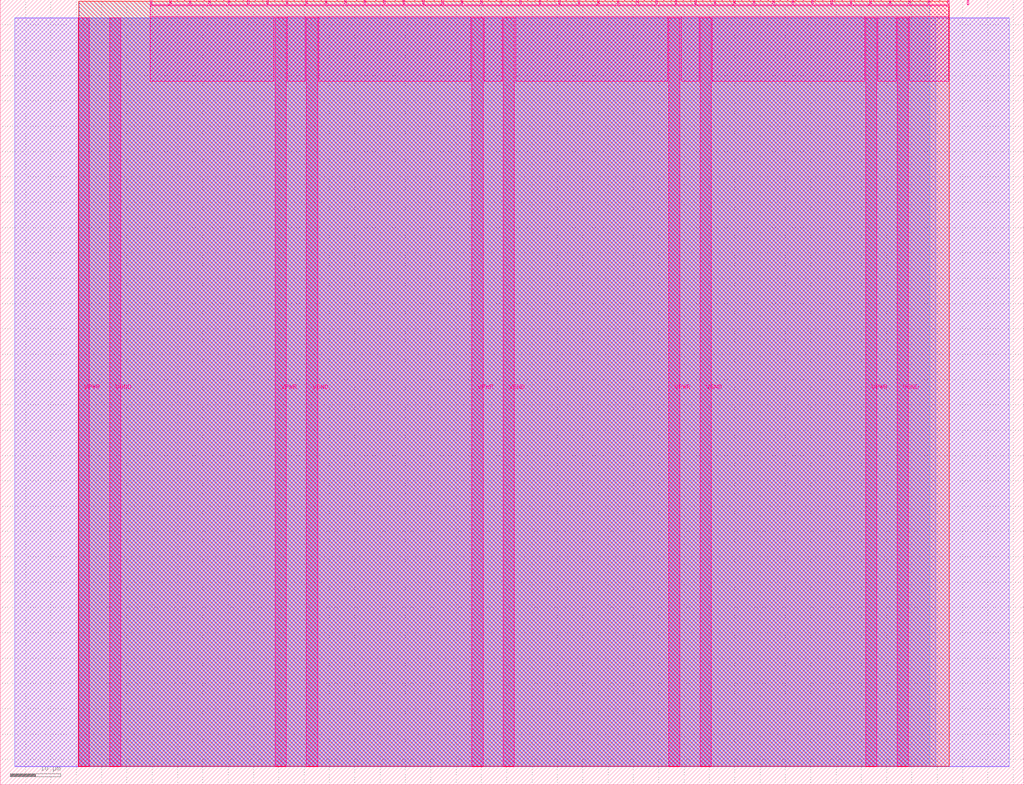
<source format=lef>
VERSION 5.7 ;
  NOWIREEXTENSIONATPIN ON ;
  DIVIDERCHAR "/" ;
  BUSBITCHARS "[]" ;
MACRO tt_um_anujic
  CLASS BLOCK ;
  FOREIGN tt_um_anujic ;
  ORIGIN 0.000 0.000 ;
  SIZE 202.080 BY 154.980 ;
  PIN VGND
    DIRECTION INOUT ;
    USE GROUND ;
    PORT
      LAYER Metal5 ;
        RECT 21.580 3.560 23.780 151.420 ;
    END
    PORT
      LAYER Metal5 ;
        RECT 60.450 3.560 62.650 151.420 ;
    END
    PORT
      LAYER Metal5 ;
        RECT 99.320 3.560 101.520 151.420 ;
    END
    PORT
      LAYER Metal5 ;
        RECT 138.190 3.560 140.390 151.420 ;
    END
    PORT
      LAYER Metal5 ;
        RECT 177.060 3.560 179.260 151.420 ;
    END
  END VGND
  PIN VPWR
    DIRECTION INOUT ;
    USE POWER ;
    PORT
      LAYER Metal5 ;
        RECT 15.380 3.560 17.580 151.420 ;
    END
    PORT
      LAYER Metal5 ;
        RECT 54.250 3.560 56.450 151.420 ;
    END
    PORT
      LAYER Metal5 ;
        RECT 93.120 3.560 95.320 151.420 ;
    END
    PORT
      LAYER Metal5 ;
        RECT 131.990 3.560 134.190 151.420 ;
    END
    PORT
      LAYER Metal5 ;
        RECT 170.860 3.560 173.060 151.420 ;
    END
  END VPWR
  PIN clk
    DIRECTION INPUT ;
    USE SIGNAL ;
    ANTENNAGATEAREA 0.213200 ;
    PORT
      LAYER Metal5 ;
        RECT 187.050 153.980 187.350 154.980 ;
    END
  END clk
  PIN ena
    DIRECTION INPUT ;
    USE SIGNAL ;
    PORT
      LAYER Metal5 ;
        RECT 190.890 153.980 191.190 154.980 ;
    END
  END ena
  PIN rst_n
    DIRECTION INPUT ;
    USE SIGNAL ;
    ANTENNAGATEAREA 0.213200 ;
    PORT
      LAYER Metal5 ;
        RECT 183.210 153.980 183.510 154.980 ;
    END
  END rst_n
  PIN ui_in[0]
    DIRECTION INPUT ;
    USE SIGNAL ;
    ANTENNAGATEAREA 0.180700 ;
    PORT
      LAYER Metal5 ;
        RECT 179.370 153.980 179.670 154.980 ;
    END
  END ui_in[0]
  PIN ui_in[1]
    DIRECTION INPUT ;
    USE SIGNAL ;
    PORT
      LAYER Metal5 ;
        RECT 175.530 153.980 175.830 154.980 ;
    END
  END ui_in[1]
  PIN ui_in[2]
    DIRECTION INPUT ;
    USE SIGNAL ;
    PORT
      LAYER Metal5 ;
        RECT 171.690 153.980 171.990 154.980 ;
    END
  END ui_in[2]
  PIN ui_in[3]
    DIRECTION INPUT ;
    USE SIGNAL ;
    PORT
      LAYER Metal5 ;
        RECT 167.850 153.980 168.150 154.980 ;
    END
  END ui_in[3]
  PIN ui_in[4]
    DIRECTION INPUT ;
    USE SIGNAL ;
    PORT
      LAYER Metal5 ;
        RECT 164.010 153.980 164.310 154.980 ;
    END
  END ui_in[4]
  PIN ui_in[5]
    DIRECTION INPUT ;
    USE SIGNAL ;
    PORT
      LAYER Metal5 ;
        RECT 160.170 153.980 160.470 154.980 ;
    END
  END ui_in[5]
  PIN ui_in[6]
    DIRECTION INPUT ;
    USE SIGNAL ;
    PORT
      LAYER Metal5 ;
        RECT 156.330 153.980 156.630 154.980 ;
    END
  END ui_in[6]
  PIN ui_in[7]
    DIRECTION INPUT ;
    USE SIGNAL ;
    PORT
      LAYER Metal5 ;
        RECT 152.490 153.980 152.790 154.980 ;
    END
  END ui_in[7]
  PIN uio_in[0]
    DIRECTION INPUT ;
    USE SIGNAL ;
    PORT
      LAYER Metal5 ;
        RECT 148.650 153.980 148.950 154.980 ;
    END
  END uio_in[0]
  PIN uio_in[1]
    DIRECTION INPUT ;
    USE SIGNAL ;
    PORT
      LAYER Metal5 ;
        RECT 144.810 153.980 145.110 154.980 ;
    END
  END uio_in[1]
  PIN uio_in[2]
    DIRECTION INPUT ;
    USE SIGNAL ;
    PORT
      LAYER Metal5 ;
        RECT 140.970 153.980 141.270 154.980 ;
    END
  END uio_in[2]
  PIN uio_in[3]
    DIRECTION INPUT ;
    USE SIGNAL ;
    PORT
      LAYER Metal5 ;
        RECT 137.130 153.980 137.430 154.980 ;
    END
  END uio_in[3]
  PIN uio_in[4]
    DIRECTION INPUT ;
    USE SIGNAL ;
    PORT
      LAYER Metal5 ;
        RECT 133.290 153.980 133.590 154.980 ;
    END
  END uio_in[4]
  PIN uio_in[5]
    DIRECTION INPUT ;
    USE SIGNAL ;
    PORT
      LAYER Metal5 ;
        RECT 129.450 153.980 129.750 154.980 ;
    END
  END uio_in[5]
  PIN uio_in[6]
    DIRECTION INPUT ;
    USE SIGNAL ;
    PORT
      LAYER Metal5 ;
        RECT 125.610 153.980 125.910 154.980 ;
    END
  END uio_in[6]
  PIN uio_in[7]
    DIRECTION INPUT ;
    USE SIGNAL ;
    PORT
      LAYER Metal5 ;
        RECT 121.770 153.980 122.070 154.980 ;
    END
  END uio_in[7]
  PIN uio_oe[0]
    DIRECTION OUTPUT ;
    USE SIGNAL ;
    ANTENNADIFFAREA 0.299200 ;
    PORT
      LAYER Metal5 ;
        RECT 56.490 153.980 56.790 154.980 ;
    END
  END uio_oe[0]
  PIN uio_oe[1]
    DIRECTION OUTPUT ;
    USE SIGNAL ;
    ANTENNADIFFAREA 0.299200 ;
    PORT
      LAYER Metal5 ;
        RECT 52.650 153.980 52.950 154.980 ;
    END
  END uio_oe[1]
  PIN uio_oe[2]
    DIRECTION OUTPUT ;
    USE SIGNAL ;
    ANTENNADIFFAREA 0.299200 ;
    PORT
      LAYER Metal5 ;
        RECT 48.810 153.980 49.110 154.980 ;
    END
  END uio_oe[2]
  PIN uio_oe[3]
    DIRECTION OUTPUT ;
    USE SIGNAL ;
    ANTENNADIFFAREA 0.299200 ;
    PORT
      LAYER Metal5 ;
        RECT 44.970 153.980 45.270 154.980 ;
    END
  END uio_oe[3]
  PIN uio_oe[4]
    DIRECTION OUTPUT ;
    USE SIGNAL ;
    ANTENNADIFFAREA 0.299200 ;
    PORT
      LAYER Metal5 ;
        RECT 41.130 153.980 41.430 154.980 ;
    END
  END uio_oe[4]
  PIN uio_oe[5]
    DIRECTION OUTPUT ;
    USE SIGNAL ;
    ANTENNADIFFAREA 0.299200 ;
    PORT
      LAYER Metal5 ;
        RECT 37.290 153.980 37.590 154.980 ;
    END
  END uio_oe[5]
  PIN uio_oe[6]
    DIRECTION OUTPUT ;
    USE SIGNAL ;
    ANTENNADIFFAREA 0.299200 ;
    PORT
      LAYER Metal5 ;
        RECT 33.450 153.980 33.750 154.980 ;
    END
  END uio_oe[6]
  PIN uio_oe[7]
    DIRECTION OUTPUT ;
    USE SIGNAL ;
    ANTENNADIFFAREA 0.299200 ;
    PORT
      LAYER Metal5 ;
        RECT 29.610 153.980 29.910 154.980 ;
    END
  END uio_oe[7]
  PIN uio_out[0]
    DIRECTION OUTPUT ;
    USE SIGNAL ;
    ANTENNADIFFAREA 0.299200 ;
    PORT
      LAYER Metal5 ;
        RECT 87.210 153.980 87.510 154.980 ;
    END
  END uio_out[0]
  PIN uio_out[1]
    DIRECTION OUTPUT ;
    USE SIGNAL ;
    ANTENNADIFFAREA 0.299200 ;
    PORT
      LAYER Metal5 ;
        RECT 83.370 153.980 83.670 154.980 ;
    END
  END uio_out[1]
  PIN uio_out[2]
    DIRECTION OUTPUT ;
    USE SIGNAL ;
    ANTENNADIFFAREA 0.299200 ;
    PORT
      LAYER Metal5 ;
        RECT 79.530 153.980 79.830 154.980 ;
    END
  END uio_out[2]
  PIN uio_out[3]
    DIRECTION OUTPUT ;
    USE SIGNAL ;
    ANTENNADIFFAREA 0.299200 ;
    PORT
      LAYER Metal5 ;
        RECT 75.690 153.980 75.990 154.980 ;
    END
  END uio_out[3]
  PIN uio_out[4]
    DIRECTION OUTPUT ;
    USE SIGNAL ;
    ANTENNADIFFAREA 0.299200 ;
    PORT
      LAYER Metal5 ;
        RECT 71.850 153.980 72.150 154.980 ;
    END
  END uio_out[4]
  PIN uio_out[5]
    DIRECTION OUTPUT ;
    USE SIGNAL ;
    ANTENNADIFFAREA 0.299200 ;
    PORT
      LAYER Metal5 ;
        RECT 68.010 153.980 68.310 154.980 ;
    END
  END uio_out[5]
  PIN uio_out[6]
    DIRECTION OUTPUT ;
    USE SIGNAL ;
    ANTENNADIFFAREA 0.299200 ;
    PORT
      LAYER Metal5 ;
        RECT 64.170 153.980 64.470 154.980 ;
    END
  END uio_out[6]
  PIN uio_out[7]
    DIRECTION OUTPUT ;
    USE SIGNAL ;
    ANTENNADIFFAREA 0.299200 ;
    PORT
      LAYER Metal5 ;
        RECT 60.330 153.980 60.630 154.980 ;
    END
  END uio_out[7]
  PIN uo_out[0]
    DIRECTION OUTPUT ;
    USE SIGNAL ;
    ANTENNADIFFAREA 0.632400 ;
    PORT
      LAYER Metal5 ;
        RECT 117.930 153.980 118.230 154.980 ;
    END
  END uo_out[0]
  PIN uo_out[1]
    DIRECTION OUTPUT ;
    USE SIGNAL ;
    ANTENNADIFFAREA 0.632400 ;
    PORT
      LAYER Metal5 ;
        RECT 114.090 153.980 114.390 154.980 ;
    END
  END uo_out[1]
  PIN uo_out[2]
    DIRECTION OUTPUT ;
    USE SIGNAL ;
    ANTENNADIFFAREA 0.632400 ;
    PORT
      LAYER Metal5 ;
        RECT 110.250 153.980 110.550 154.980 ;
    END
  END uo_out[2]
  PIN uo_out[3]
    DIRECTION OUTPUT ;
    USE SIGNAL ;
    ANTENNADIFFAREA 0.632400 ;
    PORT
      LAYER Metal5 ;
        RECT 106.410 153.980 106.710 154.980 ;
    END
  END uo_out[3]
  PIN uo_out[4]
    DIRECTION OUTPUT ;
    USE SIGNAL ;
    ANTENNADIFFAREA 0.632400 ;
    PORT
      LAYER Metal5 ;
        RECT 102.570 153.980 102.870 154.980 ;
    END
  END uo_out[4]
  PIN uo_out[5]
    DIRECTION OUTPUT ;
    USE SIGNAL ;
    ANTENNADIFFAREA 0.632400 ;
    PORT
      LAYER Metal5 ;
        RECT 98.730 153.980 99.030 154.980 ;
    END
  END uo_out[5]
  PIN uo_out[6]
    DIRECTION OUTPUT ;
    USE SIGNAL ;
    ANTENNADIFFAREA 0.632400 ;
    PORT
      LAYER Metal5 ;
        RECT 94.890 153.980 95.190 154.980 ;
    END
  END uo_out[6]
  PIN uo_out[7]
    DIRECTION OUTPUT ;
    USE SIGNAL ;
    ANTENNADIFFAREA 0.299200 ;
    PORT
      LAYER Metal5 ;
        RECT 91.050 153.980 91.350 154.980 ;
    END
  END uo_out[7]
  OBS
      LAYER GatPoly ;
        RECT 2.880 3.630 199.200 151.350 ;
      LAYER Metal1 ;
        RECT 2.880 3.560 199.200 151.420 ;
      LAYER Metal2 ;
        RECT 15.515 3.680 184.705 151.300 ;
      LAYER Metal3 ;
        RECT 15.560 3.635 183.460 154.705 ;
      LAYER Metal4 ;
        RECT 15.515 3.680 187.345 154.660 ;
      LAYER Metal5 ;
        RECT 30.120 153.770 33.240 153.980 ;
        RECT 33.960 153.770 37.080 153.980 ;
        RECT 37.800 153.770 40.920 153.980 ;
        RECT 41.640 153.770 44.760 153.980 ;
        RECT 45.480 153.770 48.600 153.980 ;
        RECT 49.320 153.770 52.440 153.980 ;
        RECT 53.160 153.770 56.280 153.980 ;
        RECT 57.000 153.770 60.120 153.980 ;
        RECT 60.840 153.770 63.960 153.980 ;
        RECT 64.680 153.770 67.800 153.980 ;
        RECT 68.520 153.770 71.640 153.980 ;
        RECT 72.360 153.770 75.480 153.980 ;
        RECT 76.200 153.770 79.320 153.980 ;
        RECT 80.040 153.770 83.160 153.980 ;
        RECT 83.880 153.770 87.000 153.980 ;
        RECT 87.720 153.770 90.840 153.980 ;
        RECT 91.560 153.770 94.680 153.980 ;
        RECT 95.400 153.770 98.520 153.980 ;
        RECT 99.240 153.770 102.360 153.980 ;
        RECT 103.080 153.770 106.200 153.980 ;
        RECT 106.920 153.770 110.040 153.980 ;
        RECT 110.760 153.770 113.880 153.980 ;
        RECT 114.600 153.770 117.720 153.980 ;
        RECT 118.440 153.770 121.560 153.980 ;
        RECT 122.280 153.770 125.400 153.980 ;
        RECT 126.120 153.770 129.240 153.980 ;
        RECT 129.960 153.770 133.080 153.980 ;
        RECT 133.800 153.770 136.920 153.980 ;
        RECT 137.640 153.770 140.760 153.980 ;
        RECT 141.480 153.770 144.600 153.980 ;
        RECT 145.320 153.770 148.440 153.980 ;
        RECT 149.160 153.770 152.280 153.980 ;
        RECT 153.000 153.770 156.120 153.980 ;
        RECT 156.840 153.770 159.960 153.980 ;
        RECT 160.680 153.770 163.800 153.980 ;
        RECT 164.520 153.770 167.640 153.980 ;
        RECT 168.360 153.770 171.480 153.980 ;
        RECT 172.200 153.770 175.320 153.980 ;
        RECT 176.040 153.770 179.160 153.980 ;
        RECT 179.880 153.770 183.000 153.980 ;
        RECT 183.720 153.770 186.840 153.980 ;
        RECT 29.660 151.630 187.300 153.770 ;
        RECT 29.660 138.875 54.040 151.630 ;
        RECT 56.660 138.875 60.240 151.630 ;
        RECT 62.860 138.875 92.910 151.630 ;
        RECT 95.530 138.875 99.110 151.630 ;
        RECT 101.730 138.875 131.780 151.630 ;
        RECT 134.400 138.875 137.980 151.630 ;
        RECT 140.600 138.875 170.650 151.630 ;
        RECT 173.270 138.875 176.850 151.630 ;
        RECT 179.470 138.875 187.300 151.630 ;
  END
END tt_um_anujic
END LIBRARY


</source>
